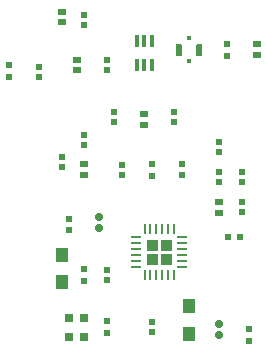
<source format=gbr>
%TF.GenerationSoftware,Altium Limited,Altium Designer,22.6.1 (34)*%
G04 Layer_Color=8421504*
%FSLAX45Y45*%
%MOMM*%
%TF.SameCoordinates,421C64DB-711B-49BE-949A-821E8169F4DF*%
%TF.FilePolarity,Positive*%
%TF.FileFunction,Paste,Top*%
%TF.Part,Single*%
G01*
G75*
%TA.AperFunction,SMDPad,CuDef*%
%ADD10R,0.75000X0.76000*%
%ADD11R,0.60000X0.54000*%
%ADD12R,0.50000X0.50000*%
%ADD13R,0.60000X0.51000*%
%ADD14R,0.67000X0.62000*%
%ADD15R,0.73000X0.51000*%
%ADD16R,0.50000X0.50000*%
G04:AMPARAMS|DCode=18|XSize=0.635mm|YSize=0.635mm|CornerRadius=0.15875mm|HoleSize=0mm|Usage=FLASHONLY|Rotation=270.000|XOffset=0mm|YOffset=0mm|HoleType=Round|Shape=RoundedRectangle|*
%AMROUNDEDRECTD18*
21,1,0.63500,0.31750,0,0,270.0*
21,1,0.31750,0.63500,0,0,270.0*
1,1,0.31750,-0.15875,-0.15875*
1,1,0.31750,-0.15875,0.15875*
1,1,0.31750,0.15875,0.15875*
1,1,0.31750,0.15875,-0.15875*
%
%ADD18ROUNDEDRECTD18*%
%ADD19R,1.00000X1.15000*%
%ADD20R,0.60000X0.56000*%
%ADD21R,0.63000X0.51000*%
%ADD23R,0.26000X0.84000*%
%ADD24R,0.84000X0.26000*%
%ADD25O,0.40000X1.05000*%
G36*
X1321000Y911500D02*
X1229000D01*
Y1003500D01*
X1321000D01*
Y911500D01*
D02*
G37*
G36*
Y1028500D02*
X1229000D01*
Y1120500D01*
X1321000D01*
Y1028500D01*
D02*
G37*
G36*
X1438000Y911500D02*
X1346000D01*
Y1003500D01*
X1438000D01*
Y911500D01*
D02*
G37*
G36*
Y1028500D02*
X1346000D01*
Y1120500D01*
X1438000D01*
Y1028500D01*
D02*
G37*
G36*
X1604000Y2812500D02*
X1571000D01*
Y2845500D01*
X1604000D01*
Y2812500D01*
D02*
G37*
G36*
X1697500Y2680500D02*
X1655500D01*
X1646500Y2689500D01*
Y2771500D01*
X1655500Y2780500D01*
X1697500D01*
Y2680500D01*
D02*
G37*
G36*
X1528500Y2771500D02*
Y2689500D01*
X1519500Y2680500D01*
X1477500D01*
Y2780500D01*
X1519500D01*
X1528500Y2771500D01*
D02*
G37*
G36*
X1604000Y2615500D02*
X1571000D01*
Y2648500D01*
X1604000D01*
Y2615500D01*
D02*
G37*
D10*
X572500Y298500D02*
D03*
Y463500D02*
D03*
X697500Y298500D02*
D03*
Y463500D02*
D03*
D11*
X317500Y2496800D02*
D03*
Y2583200D02*
D03*
X1270000Y424200D02*
D03*
Y337800D02*
D03*
X508000Y1821200D02*
D03*
Y1734800D02*
D03*
X698500Y1925300D02*
D03*
Y2011700D02*
D03*
X952500Y2202200D02*
D03*
Y2115800D02*
D03*
X1460500Y2202200D02*
D03*
Y2115800D02*
D03*
X1016000Y1757700D02*
D03*
Y1671300D02*
D03*
X1841500Y1861800D02*
D03*
Y1948200D02*
D03*
X2032000Y1607800D02*
D03*
Y1694200D02*
D03*
Y1353800D02*
D03*
Y1440200D02*
D03*
D12*
X63500Y2503500D02*
D03*
Y2603500D02*
D03*
X1905000Y2680500D02*
D03*
Y2780500D02*
D03*
X698500Y875500D02*
D03*
Y775500D02*
D03*
X2095500Y267500D02*
D03*
Y367500D02*
D03*
X889000Y431000D02*
D03*
Y331000D02*
D03*
X1270000Y1764500D02*
D03*
Y1664500D02*
D03*
D13*
X889000Y2559000D02*
D03*
Y2648000D02*
D03*
X698500Y2940000D02*
D03*
Y3029000D02*
D03*
X889000Y870000D02*
D03*
Y781000D02*
D03*
D14*
X635000Y2646000D02*
D03*
Y2561000D02*
D03*
X508000Y2963000D02*
D03*
Y3048000D02*
D03*
D15*
X2159000Y2684500D02*
D03*
Y2776500D02*
D03*
X698500Y1668500D02*
D03*
Y1760500D02*
D03*
X1206500Y2187500D02*
D03*
Y2095500D02*
D03*
X1841500Y1443000D02*
D03*
Y1351000D02*
D03*
D16*
X2018500Y1143000D02*
D03*
X1918500D02*
D03*
D18*
X1841500Y406400D02*
D03*
Y317500D02*
D03*
X825500Y1314450D02*
D03*
Y1225550D02*
D03*
D19*
X1587500Y562000D02*
D03*
Y327000D02*
D03*
X508000Y997000D02*
D03*
Y762000D02*
D03*
D20*
X571500Y1293500D02*
D03*
Y1206500D02*
D03*
X1841500Y1607500D02*
D03*
Y1694500D02*
D03*
D21*
X1524000Y1760500D02*
D03*
Y1668500D02*
D03*
D23*
X1208500Y1210500D02*
D03*
X1258500D02*
D03*
X1308500D02*
D03*
X1358500D02*
D03*
X1408500D02*
D03*
X1458500D02*
D03*
Y821500D02*
D03*
X1408500D02*
D03*
X1358500D02*
D03*
X1308500D02*
D03*
X1258500D02*
D03*
X1208500D02*
D03*
D24*
X1528000Y1141000D02*
D03*
Y1091000D02*
D03*
Y1041000D02*
D03*
Y991000D02*
D03*
Y941000D02*
D03*
Y891000D02*
D03*
X1139000D02*
D03*
Y941000D02*
D03*
Y991000D02*
D03*
Y1041000D02*
D03*
Y1091000D02*
D03*
Y1141000D02*
D03*
D25*
X1141500Y2803500D02*
D03*
X1206500D02*
D03*
X1271500D02*
D03*
Y2603500D02*
D03*
X1206500D02*
D03*
X1141500D02*
D03*
%TF.MD5,b99a9f2ae2db76e6cbd2df4f3178b8b9*%
M02*

</source>
